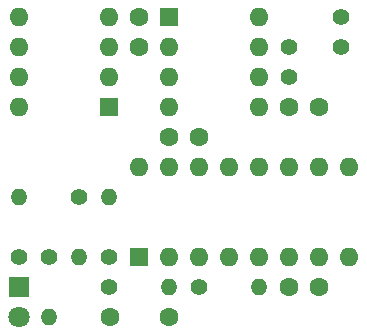
<source format=gbr>
%TF.GenerationSoftware,KiCad,Pcbnew,7.0.5*%
%TF.CreationDate,2024-11-04T15:17:59-05:00*%
%TF.ProjectId,93c46a_cnc,39336334-3661-45f6-936e-632e6b696361,rev?*%
%TF.SameCoordinates,Original*%
%TF.FileFunction,Soldermask,Bot*%
%TF.FilePolarity,Negative*%
%FSLAX46Y46*%
G04 Gerber Fmt 4.6, Leading zero omitted, Abs format (unit mm)*
G04 Created by KiCad (PCBNEW 7.0.5) date 2024-11-04 15:17:59*
%MOMM*%
%LPD*%
G01*
G04 APERTURE LIST*
G04 Aperture macros list*
%AMHorizOval*
0 Thick line with rounded ends*
0 $1 width*
0 $2 $3 position (X,Y) of the first rounded end (center of the circle)*
0 $4 $5 position (X,Y) of the second rounded end (center of the circle)*
0 Add line between two ends*
20,1,$1,$2,$3,$4,$5,0*
0 Add two circle primitives to create the rounded ends*
1,1,$1,$2,$3*
1,1,$1,$4,$5*%
G04 Aperture macros list end*
%ADD10C,1.600000*%
%ADD11R,1.800000X1.800000*%
%ADD12C,1.800000*%
%ADD13C,1.400000*%
%ADD14O,1.400000X1.400000*%
%ADD15R,1.600000X1.600000*%
%ADD16O,1.600000X1.600000*%
%ADD17HorizOval,1.400000X0.000000X0.000000X0.000000X0.000000X0*%
G04 APERTURE END LIST*
D10*
%TO.C,SW1*%
X26103218Y-43752445D03*
X31103218Y-43752445D03*
%TD*%
D11*
%TO.C,D1*%
X18443218Y-41207445D03*
D12*
X18443218Y-43747445D03*
%TD*%
D13*
%TO.C,r8*%
X20983218Y-38672445D03*
D14*
X20983218Y-43752445D03*
%TD*%
D13*
%TO.C,r5*%
X18443218Y-38672445D03*
D14*
X18443218Y-33592445D03*
%TD*%
D13*
%TO.C,r4*%
X23523218Y-33592445D03*
D14*
X23523218Y-38672445D03*
%TD*%
D15*
%TO.C,U2*%
X28603218Y-38672445D03*
D16*
X31143218Y-38672445D03*
X33683218Y-38672445D03*
X36223218Y-38672445D03*
X38763218Y-38672445D03*
X41303218Y-38672445D03*
X43843218Y-38672445D03*
X46383218Y-38672445D03*
X46383218Y-31052445D03*
X43843218Y-31052445D03*
X41303218Y-31052445D03*
X38763218Y-31052445D03*
X36223218Y-31052445D03*
X33683218Y-31052445D03*
X31143218Y-31052445D03*
X28603218Y-31052445D03*
%TD*%
D14*
%TO.C,r3*%
X38763218Y-41212445D03*
D13*
X33683218Y-41212445D03*
%TD*%
%TO.C,r2*%
X26063218Y-38672445D03*
D14*
X26063218Y-33592445D03*
%TD*%
D10*
%TO.C,C4*%
X43803218Y-41212445D03*
X41303218Y-41212445D03*
%TD*%
%TO.C,C1*%
X31143218Y-28512445D03*
X33643218Y-28512445D03*
%TD*%
D15*
%TO.C,U4*%
X31143218Y-18352445D03*
D16*
X31143218Y-20892445D03*
X31143218Y-23432445D03*
X31143218Y-25972445D03*
X38763218Y-25972445D03*
X38763218Y-23432445D03*
X38763218Y-20892445D03*
X38763218Y-18352445D03*
%TD*%
D13*
%TO.C,r7*%
X41303218Y-23432445D03*
D17*
X45702627Y-20892445D03*
%TD*%
D13*
%TO.C,r6*%
X41303218Y-20892445D03*
D17*
X45702627Y-18352445D03*
%TD*%
D13*
%TO.C,r1*%
X26063218Y-41212445D03*
D14*
X31143218Y-41212445D03*
%TD*%
D10*
%TO.C,C6*%
X28603218Y-20852445D03*
X28603218Y-18352445D03*
%TD*%
%TO.C,C5*%
X41303218Y-25972445D03*
X43803218Y-25972445D03*
%TD*%
D15*
%TO.C,U1*%
X26063218Y-25972445D03*
D16*
X26063218Y-23432445D03*
X26063218Y-20892445D03*
X26063218Y-18352445D03*
X18443218Y-18352445D03*
X18443218Y-20892445D03*
X18443218Y-23432445D03*
X18443218Y-25972445D03*
%TD*%
M02*

</source>
